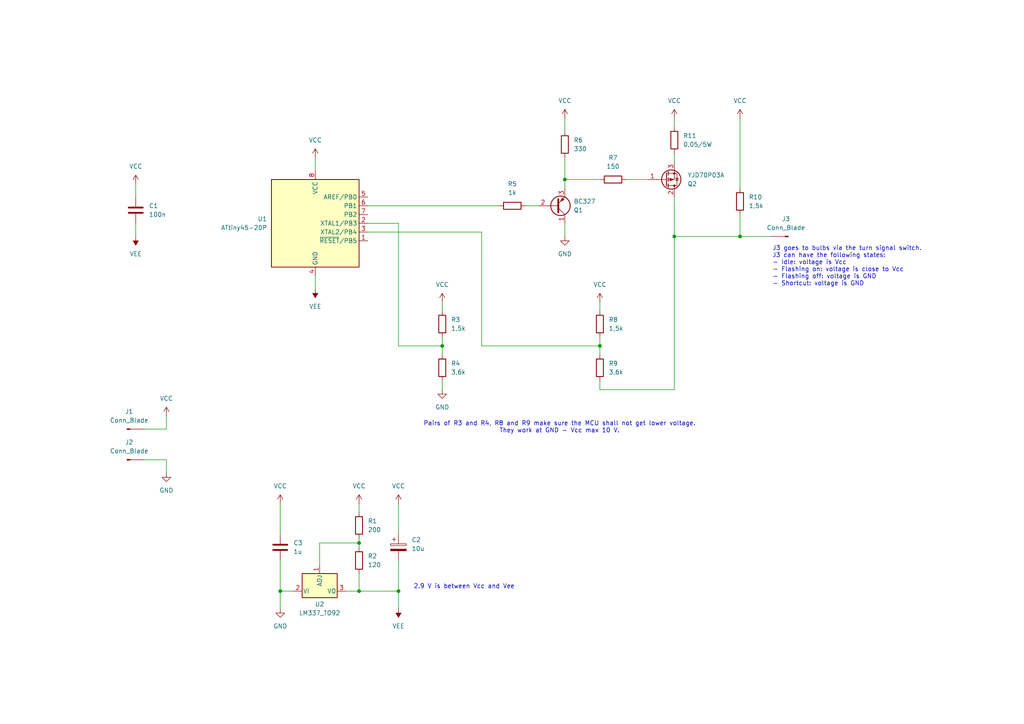
<source format=kicad_sch>
(kicad_sch (version 20250114) (generator "eeschema") (generator_version "9.0")
  (paper "A4")
  (lib_symbols
    (symbol "Conn_Blade_1" (pin_numbers (hide yes)) (pin_names (offset 1.016) (hide yes))
      (property "Reference" "J" (at 0 2.54 0))
      (property "Value" "Conn_Blade" (at 0 -2.54 0))
      (symbol "Conn_Blade_1_1_1"
        (rectangle (start 0.8636 0.127) (end 0 -0.127) (stroke (width 0.1524)) (fill (type outline)))
        (polyline (pts (xy 1.27 0) (xy 0.8636 0)) (stroke (width 0.1524)))
        (pin passive line (at 5.08 0 180) (length 3.81) (name "Pin_1") (number "1"))
      )
    )
    (symbol "Conn_Blade_2" (pin_numbers (hide yes)) (pin_names (offset 1.016) (hide yes))
      (property "Reference" "J" (at 0 2.54 0))
      (property "Value" "Conn_Blade" (at 0 -2.54 0))
      (symbol "Conn_Blade_2_1_1"
        (rectangle (start 0.8636 0.127) (end 0 -0.127) (stroke (width 0.1524)) (fill (type outline)))
        (polyline (pts (xy 1.27 0) (xy 0.8636 0)) (stroke (width 0.1524)))
        (pin passive line (at 5.08 0 180) (length 3.81) (name "Pin_1") (number "1"))
      )
    )
    (symbol "Device:C" (pin_numbers (hide yes)) (pin_names (offset 0.254))
      (property "Reference" "C" (at 0.635 2.54 0))
      (property "Value" "C" (at 0.635 -2.54 0))
      (symbol "C_0_1"
        (polyline (pts (xy -2.032 0.762) (xy 2.032 0.762)) (stroke (width 0.508)))
        (polyline (pts (xy -2.032 -0.762) (xy 2.032 -0.762)) (stroke (width 0.508)))
      )
      (symbol "C_1_1"
        (pin passive line (at 0 3.81 270) (length 2.794) (name "~") (number "1"))
        (pin passive line (at 0 -3.81 90) (length 2.794) (name "~") (number "2"))
      )
    )
    (symbol "Device:C_Polarized" (pin_numbers (hide yes)) (pin_names (offset 0.254))
      (property "Reference" "C" (at 0.635 2.54 0))
      (property "Value" "C_Polarized" (at 0.635 -2.54 0))
      (symbol "C_Polarized_0_1"
        (rectangle (start -2.286 0.508) (end 2.286 1.016))
        (polyline (pts (xy -1.778 2.286) (xy -0.762 2.286)))
        (polyline (pts (xy -1.27 2.794) (xy -1.27 1.778)))
        (rectangle (start 2.286 -0.508) (end -2.286 -1.016) (fill (type outline)))
      )
      (symbol "C_Polarized_1_1"
        (pin passive line (at 0 3.81 270) (length 2.794) (name "~") (number "1"))
        (pin passive line (at 0 -3.81 90) (length 2.794) (name "~") (number "2"))
      )
    )
    (symbol "Device:R" (pin_numbers (hide yes)) (pin_names (offset 0))
      (property "Reference" "R" (at 2.032 0 90))
      (property "Value" "R" (at 0 0 90))
      (symbol "R_0_1"
        (rectangle (start -1.016 -2.54) (end 1.016 2.54) (stroke (width 0.254)))
      )
      (symbol "R_1_1"
        (pin passive line (at 0 3.81 270) (length 1.27) (name "~") (number "1"))
        (pin passive line (at 0 -3.81 90) (length 1.27) (name "~") (number "2"))
      )
    )
    (symbol "MCU_Microchip_ATtiny:ATtiny45-20P"
      (property "Reference" "U" (at -12.7 13.97 0))
      (property "Value" "ATtiny45-20P" (at 2.54 -13.97 0))
      (symbol "ATtiny45-20P_0_1"
        (rectangle (start -12.7 -12.7) (end 12.7 12.7) (stroke (width 0.254)) (fill (type background)))
      )
      (symbol "ATtiny45-20P_1_1"
        (pin power_in line (at 0 15.24 270) (length 2.54) (name "VCC") (number "8"))
        (pin power_in line (at 0 -15.24 90) (length 2.54) (name "GND") (number "4"))
        (pin bidirectional line (at 15.24 7.62 180) (length 2.54) (name "AREF/PB0") (number "5"))
        (pin bidirectional line (at 15.24 5.08 180) (length 2.54) (name "PB1") (number "6"))
        (pin bidirectional line (at 15.24 2.54 180) (length 2.54) (name "PB2") (number "7"))
        (pin bidirectional line (at 15.24 0 180) (length 2.54) (name "XTAL1/PB3") (number "2"))
        (pin bidirectional line (at 15.24 -2.54 180) (length 2.54) (name "XTAL2/PB4") (number "3"))
        (pin bidirectional line (at 15.24 -5.08 180) (length 2.54) (name "~{RESET}/PB5") (number "1"))
      )
    )
    (symbol "Regulator_Linear:LM337_TO220" (pin_names (offset 0.254))
      (property "Reference" "U" (at -3.81 -3.175 0))
      (property "Value" "LM337_TO220" (at 0 -3.175 0))
      (symbol "LM337_TO220_0_1"
        (rectangle (start -5.08 5.08) (end 5.08 -1.905) (stroke (width 0.254)) (fill (type background)))
      )
      (symbol "LM337_TO220_1_1"
        (pin power_in line (at -7.62 0 0) (length 2.54) (name "VI") (number "2"))
        (pin input line (at 0 7.62 270) (length 2.54) (name "ADJ") (number "1"))
        (pin power_out line (at 7.62 0 180) (length 2.54) (name "VO") (number "3"))
      )
    )
    (symbol "Transistor_BJT:BC327" (pin_names (offset 0) (hide yes))
      (property "Reference" "Q" (at 5.08 1.905 0))
      (property "Value" "BC327" (at 5.08 0 0))
      (symbol "BC327_0_1"
        (polyline (pts (xy -2.54 0) (xy 0.635 0)))
        (polyline (pts (xy 0.635 1.905) (xy 0.635 -1.905)) (stroke (width 0.508)))
        (polyline (pts (xy 0.635 0.635) (xy 2.54 2.54)))
        (polyline (pts (xy 0.635 -0.635) (xy 2.54 -2.54)))
        (circle (center 1.27 0) (radius 2.8194) (stroke (width 0.254)))
        (polyline (pts (xy 2.286 -1.778) (xy 1.778 -2.286) (xy 1.27 -1.27) (xy 2.286 -1.778)) (fill (type outline)))
      )
      (symbol "BC327_1_1"
        (pin input line (at -5.08 0 0) (length 2.54) (name "B") (number "2"))
        (pin passive line (at 2.54 5.08 270) (length 2.54) (name "C") (number "1"))
        (pin passive line (at 2.54 -5.08 90) (length 2.54) (name "E") (number "3"))
      )
    )
    (symbol "Transistor_FET:IRF4905" (pin_names (hide yes))
      (property "Reference" "Q" (at 5.08 1.905 0))
      (property "Value" "IRF4905" (at 5.08 0 0))
      (symbol "IRF4905_0_1"
        (polyline (pts (xy 0.254 1.905) (xy 0.254 -1.905)) (stroke (width 0.254)))
        (polyline (pts (xy 0.254 0) (xy -2.54 0)))
        (polyline (pts (xy 0.762 2.286) (xy 0.762 1.27)) (stroke (width 0.254)))
        (polyline (pts (xy 0.762 1.778) (xy 3.302 1.778) (xy 3.302 -1.778) (xy 0.762 -1.778)))
        (polyline (pts (xy 0.762 0.508) (xy 0.762 -0.508)) (stroke (width 0.254)))
        (polyline (pts (xy 0.762 -1.27) (xy 0.762 -2.286)) (stroke (width 0.254)))
        (circle (center 1.651 0) (radius 2.794) (stroke (width 0.254)))
        (polyline (pts (xy 2.286 0) (xy 1.27 0.381) (xy 1.27 -0.381) (xy 2.286 0)) (fill (type outline)))
        (polyline (pts (xy 2.54 2.54) (xy 2.54 1.778)))
        (circle (center 2.54 1.778) (radius 0.254) (fill (type outline)))
        (circle (center 2.54 -1.778) (radius 0.254) (fill (type outline)))
        (polyline (pts (xy 2.54 -2.54) (xy 2.54 0) (xy 0.762 0)))
        (polyline (pts (xy 2.794 -0.508) (xy 2.921 -0.381) (xy 3.683 -0.381) (xy 3.81 -0.254)))
        (polyline (pts (xy 3.302 -0.381) (xy 2.921 0.254) (xy 3.683 0.254) (xy 3.302 -0.381)))
      )
      (symbol "IRF4905_1_1"
        (pin input line (at -5.08 0 0) (length 2.54) (name "G") (number "1"))
        (pin passive line (at 2.54 5.08 270) (length 2.54) (name "D") (number "2"))
        (pin passive line (at 2.54 -5.08 90) (length 2.54) (name "S") (number "3"))
      )
    )
    (symbol "own:Conn_Blade" (pin_numbers (hide yes)) (pin_names (offset 1.016) (hide yes))
      (property "Reference" "J" (at 0 2.54 0))
      (property "Value" "Conn_Blade" (at 0 -2.54 0))
      (symbol "Conn_Blade_1_1"
        (rectangle (start 0.8636 0.127) (end 0 -0.127) (stroke (width 0.1524)) (fill (type outline)))
        (polyline (pts (xy 1.27 0) (xy 0.8636 0)) (stroke (width 0.1524)))
        (pin passive line (at 5.08 0 180) (length 3.81) (name "Pin_1") (number "1"))
      )
    )
    (symbol "power:GND" (power) (pin_numbers (hide yes)) (pin_names (offset 0) (hide yes))
      (property "Value" "GND" (at 0 -3.81 0))
      (symbol "GND_0_1"
        (polyline (pts (xy 0 0) (xy 0 -1.27) (xy 1.27 -1.27) (xy 0 -2.54) (xy -1.27 -1.27) (xy 0 -1.27)))
      )
      (symbol "GND_1_1"
        (pin power_in line (at 0 0 270) (length 0) (name "~") (number "1"))
      )
    )
    (symbol "power:VCC" (power) (pin_numbers (hide yes)) (pin_names (offset 0) (hide yes))
      (property "Value" "VCC" (at 0 3.556 0))
      (symbol "VCC_0_1"
        (polyline (pts (xy -0.762 1.27) (xy 0 2.54)))
        (polyline (pts (xy 0 2.54) (xy 0.762 1.27)))
        (polyline (pts (xy 0 0) (xy 0 2.54)))
      )
      (symbol "VCC_1_1"
        (pin power_in line (at 0 0 90) (length 0) (name "~") (number "1"))
      )
    )
    (symbol "power:VEE" (power) (pin_numbers (hide yes)) (pin_names (offset 0) (hide yes))
      (property "Value" "VEE" (at 0 3.556 0))
      (symbol "VEE_0_1"
        (polyline (pts (xy 0 0) (xy 0 2.54)))
        (polyline (pts (xy 0.762 1.27) (xy -0.762 1.27) (xy 0 2.54) (xy 0.762 1.27)) (fill (type outline)))
      )
      (symbol "VEE_1_1"
        (pin power_in line (at 0 0 90) (length 0) (name "~") (number "1"))
      )
    )
  )
  (text "Pairs of R3 and R4, R8 and R9 make sure the MCU shall not get lower voltage.\nThey work at GND - Vcc max 10 V." (at 162.306 123.952 0) (effects (font (size 1.27 1.27))))
  (text "2.9 V is between Vcc and Vee" (at 134.62 170.18 0) (effects (font (size 1.27 1.27))))
  (text "J3 goes to bulbs via the turn signal switch.\nJ3 can have the following states:\n- Idle: voltage is Vcc\n- Flashing on: voltage is close to Vcc\n- Flashing off: voltage is GND\n- Shortcut: voltage is GND" (at 224.028 77.216 0) (effects (font (size 1.27 1.27)) (justify left)))
  (junction (at 115.57 171.45))
  (junction (at 173.99 100.33))
  (junction (at 104.14 157.48))
  (junction (at 81.28 171.45))
  (junction (at 128.27 100.33))
  (junction (at 195.58 68.58))
  (junction (at 104.14 171.45))
  (junction (at 163.83 52.07))
  (junction (at 214.63 68.58))
  (wire (pts (xy 163.83 52.07) (xy 173.99 52.07)))
  (wire (pts (xy 39.37 53.34) (xy 39.37 57.15)))
  (wire (pts (xy 41.91 133.35) (xy 48.26 133.35)))
  (wire (pts (xy 214.63 62.23) (xy 214.63 68.58)))
  (wire (pts (xy 115.57 146.05) (xy 115.57 154.94)))
  (wire (pts (xy 104.14 166.37) (xy 104.14 171.45)))
  (wire (pts (xy 181.61 52.07) (xy 187.96 52.07)))
  (wire (pts (xy 115.57 171.45) (xy 115.57 176.53)))
  (wire (pts (xy 163.83 52.07) (xy 163.83 54.61)))
  (wire (pts (xy 48.26 124.46) (xy 48.26 120.65)))
  (wire (pts (xy 115.57 171.45) (xy 115.57 162.56)))
  (wire (pts (xy 104.14 156.21) (xy 104.14 157.48)))
  (wire (pts (xy 163.83 34.29) (xy 163.83 38.1)))
  (wire (pts (xy 115.57 64.77) (xy 115.57 100.33)))
  (wire (pts (xy 139.7 67.31) (xy 139.7 100.33)))
  (wire (pts (xy 81.28 171.45) (xy 81.28 176.53)))
  (wire (pts (xy 195.58 113.03) (xy 195.58 68.58)))
  (wire (pts (xy 195.58 68.58) (xy 214.63 68.58)))
  (wire (pts (xy 48.26 133.35) (xy 48.26 137.16)))
  (wire (pts (xy 39.37 64.77) (xy 39.37 68.58)))
  (wire (pts (xy 41.91 124.46) (xy 48.26 124.46)))
  (wire (pts (xy 115.57 100.33) (xy 128.27 100.33)))
  (wire (pts (xy 106.68 67.31) (xy 139.7 67.31)))
  (wire (pts (xy 163.83 45.72) (xy 163.83 52.07)))
  (wire (pts (xy 195.58 34.29) (xy 195.58 36.83)))
  (wire (pts (xy 81.28 162.56) (xy 81.28 171.45)))
  (wire (pts (xy 128.27 97.79) (xy 128.27 100.33)))
  (wire (pts (xy 139.7 100.33) (xy 173.99 100.33)))
  (wire (pts (xy 81.28 171.45) (xy 85.09 171.45)))
  (wire (pts (xy 106.68 64.77) (xy 115.57 64.77)))
  (wire (pts (xy 173.99 110.49) (xy 173.99 113.03)))
  (wire (pts (xy 173.99 87.63) (xy 173.99 90.17)))
  (wire (pts (xy 106.68 59.69) (xy 144.78 59.69)))
  (wire (pts (xy 92.71 157.48) (xy 104.14 157.48)))
  (wire (pts (xy 100.33 171.45) (xy 104.14 171.45)))
  (wire (pts (xy 173.99 97.79) (xy 173.99 100.33)))
  (wire (pts (xy 91.44 80.01) (xy 91.44 83.82)))
  (wire (pts (xy 128.27 110.49) (xy 128.27 113.03)))
  (wire (pts (xy 214.63 34.29) (xy 214.63 54.61)))
  (wire (pts (xy 214.63 68.58) (xy 223.52 68.58)))
  (wire (pts (xy 81.28 146.05) (xy 81.28 154.94)))
  (wire (pts (xy 128.27 100.33) (xy 128.27 102.87)))
  (wire (pts (xy 173.99 100.33) (xy 173.99 102.87)))
  (wire (pts (xy 104.14 146.05) (xy 104.14 148.59)))
  (wire (pts (xy 91.44 45.72) (xy 91.44 49.53)))
  (wire (pts (xy 104.14 171.45) (xy 115.57 171.45)))
  (wire (pts (xy 163.83 64.77) (xy 163.83 68.58)))
  (wire (pts (xy 195.58 44.45) (xy 195.58 46.99)))
  (wire (pts (xy 128.27 87.63) (xy 128.27 90.17)))
  (wire (pts (xy 152.4 59.69) (xy 156.21 59.69)))
  (wire (pts (xy 104.14 157.48) (xy 104.14 158.75)))
  (wire (pts (xy 195.58 57.15) (xy 195.58 68.58)))
  (wire (pts (xy 173.99 113.03) (xy 195.58 113.03)))
  (wire (pts (xy 92.71 163.83) (xy 92.71 157.48)))
  (symbol (lib_id "power:VCC") (at 128.27 87.63 0) (unit 1)
    (property "Reference" "#PWR010" (effects (hide yes)))
    (property "Value" "VCC" (at 128.27 82.55 0))
    (property "Description" "Power symbol creates a global label with name \"VCC\"" (effects (hide yes)))
  )
  (symbol (lib_id "power:VCC") (at 173.99 87.63 0) (unit 1)
    (property "Reference" "#PWR010" (effects (hide yes)))
    (property "Value" "VCC" (at 173.99 82.55 0))
    (property "Description" "Power symbol creates a global label with name \"VCC\"" (effects (hide yes)))
  )
  (symbol (lib_id "Device:R") (at 128.27 106.68 180) (unit 1)
    (property "Reference" "R4" (at 130.81 105.4099 0) (effects (justify right)))
    (property "Value" "3,6k" (at 130.81 107.9499 0) (effects (justify right)))
    (property "Footprint" "Resistor_SMD:R_1206_3216Metric_Pad1.30x1.75mm_HandSolder" (effects (hide yes)))
    (property "Description" "Resistor" (effects (hide yes)))
  )
  (symbol (lib_id "power:VCC") (at 48.26 120.65 0) (unit 1)
    (property "Reference" "#PWR018" (effects (hide yes)))
    (property "Value" "VCC" (at 48.26 115.57 0))
    (property "Description" "Power symbol creates a global label with name \"VCC\"" (effects (hide yes)))
  )
  (symbol (lib_id "Device:R") (at 173.99 106.68 180) (unit 1)
    (property "Reference" "R9" (at 176.53 105.4099 0) (effects (justify right)))
    (property "Value" "3,6k" (at 176.53 107.9499 0) (effects (justify right)))
    (property "Footprint" "Resistor_SMD:R_1206_3216Metric_Pad1.30x1.75mm_HandSolder" (effects (hide yes)))
    (property "Description" "Resistor" (effects (hide yes)))
  )
  (symbol (lib_id "power:VCC") (at 214.63 34.29 0) (unit 1)
    (property "Reference" "#PWR015" (effects (hide yes)))
    (property "Value" "VCC" (at 214.63 29.21 0))
    (property "Description" "Power symbol creates a global label with name \"VCC\"" (effects (hide yes)))
  )
  (symbol (lib_id "Device:R") (at 163.83 41.91 0) (unit 1)
    (property "Reference" "R6" (at 166.37 40.6399 0) (effects (justify left)))
    (property "Value" "330" (at 166.37 43.1799 0) (effects (justify left)))
    (property "Footprint" "Resistor_SMD:R_1206_3216Metric_Pad1.30x1.75mm_HandSolder" (effects (hide yes)))
    (property "Description" "Resistor" (effects (hide yes)))
  )
  (symbol (lib_id "power:VCC") (at 104.14 146.05 0) (unit 1)
    (property "Reference" "#PWR04" (effects (hide yes)))
    (property "Value" "VCC" (at 104.14 140.97 0))
    (property "Description" "Power symbol creates a global label with name \"VCC\"" (effects (hide yes)))
  )
  (symbol (lib_id "power:VEE") (at 39.37 68.58 180) (unit 1)
    (property "Reference" "#PWR09" (effects (hide yes)))
    (property "Value" "VEE" (at 39.37 73.66 0))
    (property "Description" "Power symbol creates a global label with name \"VEE\"" (effects (hide yes)))
  )
  (symbol (lib_id "MCU_Microchip_ATtiny:ATtiny45-20P") (at 91.44 64.77 0) (unit 1)
    (property "Reference" "U1" (at 77.47 63.4999 0) (effects (justify right)))
    (property "Value" "ATtiny45-20P" (at 77.47 66.0399 0) (effects (justify right)))
    (property "Footprint" "Package_DIP:DIP-8_W7.62mm" (effects (hide yes)))
    (property "Datasheet" "http://ww1.microchip.com/downloads/en/DeviceDoc/atmel-2586-avr-8-bit-microcontroller-attiny25-attiny45-attiny85_datasheet.pdf" (effects (hide yes)))
    (property "Description" "20MHz, 4kB Flash, 256B SRAM, 256B EEPROM, debugWIRE, DIP-8" (effects (hide yes)))
  )
  (symbol (lib_id "Device:R") (at 177.8 52.07 90) (unit 1)
    (property "Reference" "R7" (at 177.8 45.72 90))
    (property "Value" "150" (at 177.8 48.26 90))
    (property "Footprint" "Resistor_SMD:R_1206_3216Metric_Pad1.30x1.75mm_HandSolder" (effects (hide yes)))
    (property "Description" "Resistor" (effects (hide yes)))
  )
  (symbol (lib_id "Device:R") (at 214.63 58.42 0) (unit 1)
    (property "Reference" "R10" (at 217.17 57.1499 0) (effects (justify left)))
    (property "Value" "1,5k" (at 217.17 59.6899 0) (effects (justify left)))
    (property "Footprint" "Resistor_SMD:R_1206_3216Metric_Pad1.30x1.75mm_HandSolder" (effects (hide yes)))
    (property "Description" "Resistor" (effects (hide yes)))
  )
  (symbol (lib_id "Device:R") (at 173.99 93.98 180) (unit 1)
    (property "Reference" "R8" (at 176.53 92.7099 0) (effects (justify right)))
    (property "Value" "1,5k" (at 176.53 95.2499 0) (effects (justify right)))
    (property "Footprint" "Resistor_SMD:R_1206_3216Metric_Pad1.30x1.75mm_HandSolder" (effects (hide yes)))
    (property "Description" "Resistor" (effects (hide yes)))
  )
  (symbol (lib_id "own:Conn_Blade") (at 228.6 68.58 180) (unit 1)
    (property "Reference" "J3" (at 227.965 63.5 0))
    (property "Value" "Conn_Blade" (at 227.965 66.04 0))
    (property "Footprint" "own:BladeConn_6.3x0.8mm_Horizontal" (effects (hide yes)))
    (property "Description" "Blade connector" (effects (hide yes)))
  )
  (symbol (lib_id "power:VCC") (at 39.37 53.34 0) (unit 1)
    (property "Reference" "#PWR08" (effects (hide yes)))
    (property "Value" "VCC" (at 39.37 48.26 0))
    (property "Description" "Power symbol creates a global label with name \"VCC\"" (effects (hide yes)))
  )
  (symbol (lib_id "power:GND") (at 48.26 137.16 0) (unit 1)
    (property "Reference" "#PWR019" (effects (hide yes)))
    (property "Value" "GND" (at 48.26 142.24 0))
    (property "Description" "Power symbol creates a global label with name \"GND\" , ground" (effects (hide yes)))
  )
  (symbol (lib_id "Device:R") (at 104.14 152.4 0) (unit 1)
    (property "Reference" "R1" (at 106.68 151.1299 0) (effects (justify left)))
    (property "Value" "200" (at 106.68 153.6699 0) (effects (justify left)))
    (property "Footprint" "Resistor_SMD:R_1206_3216Metric_Pad1.30x1.75mm_HandSolder" (effects (hide yes)))
    (property "Description" "Resistor" (effects (hide yes)))
  )
  (symbol (lib_id "power:VCC") (at 115.57 146.05 0) (unit 1)
    (property "Reference" "#PWR05" (effects (hide yes)))
    (property "Value" "VCC" (at 115.57 140.97 0))
    (property "Description" "Power symbol creates a global label with name \"VCC\"" (effects (hide yes)))
  )
  (symbol (lib_id "power:VEE") (at 91.44 83.82 180) (unit 1)
    (property "Reference" "#PWR07" (effects (hide yes)))
    (property "Value" "VEE" (at 91.44 88.9 0))
    (property "Description" "Power symbol creates a global label with name \"VEE\"" (effects (hide yes)))
  )
  (symbol (lib_id "power:VCC") (at 163.83 34.29 0) (unit 1)
    (property "Reference" "#PWR012" (effects (hide yes)))
    (property "Value" "VCC" (at 163.83 29.21 0))
    (property "Description" "Power symbol creates a global label with name \"VCC\"" (effects (hide yes)))
  )
  (symbol (lib_id "Device:C") (at 81.28 158.75 0) (unit 1)
    (property "Reference" "C3" (at 85.09 157.4799 0) (effects (justify left)))
    (property "Value" "1u" (at 85.09 160.0199 0) (effects (justify left)))
    (property "Footprint" "Capacitor_SMD:C_1206_3216Metric_Pad1.33x1.80mm_HandSolder" (effects (hide yes)))
    (property "Description" "Unpolarized capacitor" (effects (hide yes)))
  )
  (symbol (lib_id "Transistor_FET:IRF4905") (at 193.04 52.07 0) (mirror x) (unit 1)
    (property "Reference" "Q2" (at 199.39 53.3401 0) (effects (justify left)))
    (property "Value" "YJD70P03A" (at 199.39 50.8001 0) (effects (justify left)))
    (property "Footprint" "Package_TO_SOT_SMD:TO-252-2" (effects (hide yes)))
    (property "Datasheet" "https://lomex.hu/pdf/yet/(yet)_yjd70p03a.pdf" (effects (hide yes)))
  )
  (symbol (lib_id "power:VCC") (at 81.28 146.05 0) (unit 1)
    (property "Reference" "#PWR03" (effects (hide yes)))
    (property "Value" "VCC" (at 81.28 140.97 0))
    (property "Description" "Power symbol creates a global label with name \"VCC\"" (effects (hide yes)))
  )
  (symbol (lib_id "power:GND") (at 81.28 176.53 0) (unit 1)
    (property "Reference" "#PWR02" (effects (hide yes)))
    (property "Value" "GND" (at 81.28 181.61 0))
    (property "Description" "Power symbol creates a global label with name \"GND\" , ground" (effects (hide yes)))
  )
  (symbol (lib_name "Conn_Blade_1") (lib_id "own:Conn_Blade") (at 36.83 133.35 0) (unit 1)
    (property "Reference" "J2" (at 37.465 128.27 0))
    (property "Value" "Conn_Blade" (at 37.465 130.81 0))
    (property "Footprint" "own:BladeConn_6.3x0.8mm_Horizontal" (effects (hide yes)))
    (property "Description" "Blade connector" (effects (hide yes)))
  )
  (symbol (lib_id "Transistor_BJT:BC327") (at 161.29 59.69 0) (mirror x) (unit 1)
    (property "Reference" "Q1" (at 166.37 60.9601 0) (effects (justify left)))
    (property "Value" "BC327" (at 166.37 58.4201 0) (effects (justify left)))
    (property "Footprint" "Package_TO_SOT_THT:TO-92_Inline" (effects (hide yes)))
    (property "Datasheet" "http://www.onsemi.com/pub_link/Collateral/BC327-D.PDF" (effects (hide yes)))
    (property "Description" "0.8A Ic, 45V Vce, PNP Transistor, TO-92" (effects (hide yes)))
  )
  (symbol (lib_id "power:VCC") (at 195.58 34.29 0) (unit 1)
    (property "Reference" "#PWR014" (effects (hide yes)))
    (property "Value" "VCC" (at 195.58 29.21 0))
    (property "Description" "Power symbol creates a global label with name \"VCC\"" (effects (hide yes)))
  )
  (symbol (lib_id "Device:C") (at 39.37 60.96 0) (unit 1)
    (property "Reference" "C1" (at 43.18 59.6899 0) (effects (justify left)))
    (property "Value" "100n" (at 43.18 62.2299 0) (effects (justify left)))
    (property "Footprint" "Capacitor_SMD:C_1206_3216Metric_Pad1.33x1.80mm_HandSolder" (effects (hide yes)))
    (property "Description" "Unpolarized capacitor" (effects (hide yes)))
  )
  (symbol (lib_id "Device:R") (at 195.58 40.64 180) (unit 1)
    (property "Reference" "R11" (at 198.12 39.3699 0) (effects (justify right)))
    (property "Value" "0,05/5W" (at 198.12 41.9099 0) (effects (justify right)))
    (property "Footprint" "Resistor_THT:R_Axial_DIN0617_L17.0mm_D6.0mm_P20.32mm_Horizontal" (effects (hide yes)))
    (property "Description" "Resistor" (effects (hide yes)))
  )
  (symbol (lib_id "power:GND") (at 163.83 68.58 0) (unit 1)
    (property "Reference" "#PWR013" (effects (hide yes)))
    (property "Value" "GND" (at 163.83 73.66 0))
    (property "Description" "Power symbol creates a global label with name \"GND\" , ground" (effects (hide yes)))
  )
  (symbol (lib_id "Device:R") (at 148.59 59.69 90) (unit 1)
    (property "Reference" "R5" (at 148.59 53.34 90))
    (property "Value" "1k" (at 148.59 55.88 90))
    (property "Footprint" "Resistor_SMD:R_1206_3216Metric_Pad1.30x1.75mm_HandSolder" (effects (hide yes)))
    (property "Description" "Resistor" (effects (hide yes)))
  )
  (symbol (lib_id "Device:R") (at 128.27 93.98 0) (unit 1)
    (property "Reference" "R3" (at 130.81 92.7099 0) (effects (justify left)))
    (property "Value" "1,5k" (at 130.81 95.2499 0) (effects (justify left)))
    (property "Footprint" "Resistor_SMD:R_1206_3216Metric_Pad1.30x1.75mm_HandSolder" (effects (hide yes)))
    (property "Description" "Resistor" (effects (hide yes)))
  )
  (symbol (lib_id "Device:C_Polarized") (at 115.57 158.75 0) (unit 1)
    (property "Reference" "C2" (at 119.38 156.5909 0) (effects (justify left)))
    (property "Value" "10u" (at 119.38 159.1309 0) (effects (justify left)))
    (property "Footprint" "Capacitor_THT:CP_Radial_D5.0mm_P2.00mm" (effects (hide yes)))
    (property "Description" "Polarized capacitor" (effects (hide yes)))
  )
  (symbol (lib_id "Device:R") (at 104.14 162.56 0) (unit 1)
    (property "Reference" "R2" (at 106.68 161.2899 0) (effects (justify left)))
    (property "Value" "120" (at 106.68 163.8299 0) (effects (justify left)))
    (property "Footprint" "Resistor_SMD:R_1206_3216Metric_Pad1.30x1.75mm_HandSolder" (effects (hide yes)))
    (property "Description" "Resistor" (effects (hide yes)))
  )
  (symbol (lib_id "Regulator_Linear:LM337_TO220") (at 92.71 171.45 0) (unit 1)
    (property "Reference" "U2" (at 92.71 175.26 0))
    (property "Value" "LM337_TO92" (at 92.71 177.8 0))
    (property "Footprint" "Package_TO_SOT_THT:TO-92" (effects (hide yes)))
    (property "Datasheet" "http://www.ti.com/lit/ds/symlink/lm337-n.pdf" (effects (hide yes)))
    (property "Description" "Negative 1.5A 35V Adjustable Linear Regulator, TO-220" (effects (hide yes)))
  )
  (symbol (lib_id "power:VCC") (at 91.44 45.72 0) (unit 1)
    (property "Reference" "#PWR01" (effects (hide yes)))
    (property "Value" "VCC" (at 91.44 40.64 0))
    (property "Description" "Power symbol creates a global label with name \"VCC\"" (effects (hide yes)))
  )
  (symbol (lib_id "power:GND") (at 128.27 113.03 0) (unit 1)
    (property "Reference" "#PWR011" (effects (hide yes)))
    (property "Value" "GND" (at 128.27 118.11 0))
    (property "Description" "Power symbol creates a global label with name \"GND\" , ground" (effects (hide yes)))
  )
  (symbol (lib_id "power:VEE") (at 115.57 176.53 180) (unit 1)
    (property "Reference" "#PWR06" (effects (hide yes)))
    (property "Value" "VEE" (at 115.57 181.61 0))
    (property "Description" "Power symbol creates a global label with name \"VEE\"" (effects (hide yes)))
  )
  (symbol (lib_name "Conn_Blade_2") (lib_id "own:Conn_Blade") (at 36.83 124.46 0) (unit 1)
    (property "Reference" "J1" (at 37.465 119.38 0))
    (property "Value" "Conn_Blade" (at 37.465 121.92 0))
    (property "Footprint" "own:BladeConn_6.3x0.8mm_Horizontal" (effects (hide yes)))
    (property "Description" "Blade connector" (effects (hide yes)))
  )
)
</source>
